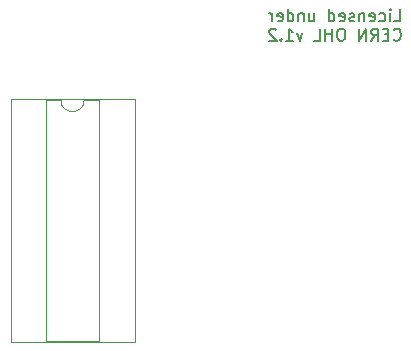
<source format=gbo>
%TF.GenerationSoftware,KiCad,Pcbnew,(5.1.8)-1*%
%TF.CreationDate,2021-02-01T15:37:02+01:00*%
%TF.ProjectId,Apple II Adapter,4170706c-6520-4494-9920-416461707465,rev?*%
%TF.SameCoordinates,Original*%
%TF.FileFunction,Legend,Bot*%
%TF.FilePolarity,Positive*%
%FSLAX46Y46*%
G04 Gerber Fmt 4.6, Leading zero omitted, Abs format (unit mm)*
G04 Created by KiCad (PCBNEW (5.1.8)-1) date 2021-02-01 15:37:02*
%MOMM*%
%LPD*%
G01*
G04 APERTURE LIST*
%ADD10C,0.150000*%
%ADD11C,0.120000*%
G04 APERTURE END LIST*
D10*
X198040000Y-109482380D02*
X198516190Y-109482380D01*
X198516190Y-108482380D01*
X197706666Y-109482380D02*
X197706666Y-108815714D01*
X197706666Y-108482380D02*
X197754285Y-108530000D01*
X197706666Y-108577619D01*
X197659047Y-108530000D01*
X197706666Y-108482380D01*
X197706666Y-108577619D01*
X196801904Y-109434761D02*
X196897142Y-109482380D01*
X197087619Y-109482380D01*
X197182857Y-109434761D01*
X197230476Y-109387142D01*
X197278095Y-109291904D01*
X197278095Y-109006190D01*
X197230476Y-108910952D01*
X197182857Y-108863333D01*
X197087619Y-108815714D01*
X196897142Y-108815714D01*
X196801904Y-108863333D01*
X195992380Y-109434761D02*
X196087619Y-109482380D01*
X196278095Y-109482380D01*
X196373333Y-109434761D01*
X196420952Y-109339523D01*
X196420952Y-108958571D01*
X196373333Y-108863333D01*
X196278095Y-108815714D01*
X196087619Y-108815714D01*
X195992380Y-108863333D01*
X195944761Y-108958571D01*
X195944761Y-109053809D01*
X196420952Y-109149047D01*
X195516190Y-108815714D02*
X195516190Y-109482380D01*
X195516190Y-108910952D02*
X195468571Y-108863333D01*
X195373333Y-108815714D01*
X195230476Y-108815714D01*
X195135238Y-108863333D01*
X195087619Y-108958571D01*
X195087619Y-109482380D01*
X194659047Y-109434761D02*
X194563809Y-109482380D01*
X194373333Y-109482380D01*
X194278095Y-109434761D01*
X194230476Y-109339523D01*
X194230476Y-109291904D01*
X194278095Y-109196666D01*
X194373333Y-109149047D01*
X194516190Y-109149047D01*
X194611428Y-109101428D01*
X194659047Y-109006190D01*
X194659047Y-108958571D01*
X194611428Y-108863333D01*
X194516190Y-108815714D01*
X194373333Y-108815714D01*
X194278095Y-108863333D01*
X193420952Y-109434761D02*
X193516190Y-109482380D01*
X193706666Y-109482380D01*
X193801904Y-109434761D01*
X193849523Y-109339523D01*
X193849523Y-108958571D01*
X193801904Y-108863333D01*
X193706666Y-108815714D01*
X193516190Y-108815714D01*
X193420952Y-108863333D01*
X193373333Y-108958571D01*
X193373333Y-109053809D01*
X193849523Y-109149047D01*
X192516190Y-109482380D02*
X192516190Y-108482380D01*
X192516190Y-109434761D02*
X192611428Y-109482380D01*
X192801904Y-109482380D01*
X192897142Y-109434761D01*
X192944761Y-109387142D01*
X192992380Y-109291904D01*
X192992380Y-109006190D01*
X192944761Y-108910952D01*
X192897142Y-108863333D01*
X192801904Y-108815714D01*
X192611428Y-108815714D01*
X192516190Y-108863333D01*
X190849523Y-108815714D02*
X190849523Y-109482380D01*
X191278095Y-108815714D02*
X191278095Y-109339523D01*
X191230476Y-109434761D01*
X191135238Y-109482380D01*
X190992380Y-109482380D01*
X190897142Y-109434761D01*
X190849523Y-109387142D01*
X190373333Y-108815714D02*
X190373333Y-109482380D01*
X190373333Y-108910952D02*
X190325714Y-108863333D01*
X190230476Y-108815714D01*
X190087619Y-108815714D01*
X189992380Y-108863333D01*
X189944761Y-108958571D01*
X189944761Y-109482380D01*
X189040000Y-109482380D02*
X189040000Y-108482380D01*
X189040000Y-109434761D02*
X189135238Y-109482380D01*
X189325714Y-109482380D01*
X189420952Y-109434761D01*
X189468571Y-109387142D01*
X189516190Y-109291904D01*
X189516190Y-109006190D01*
X189468571Y-108910952D01*
X189420952Y-108863333D01*
X189325714Y-108815714D01*
X189135238Y-108815714D01*
X189040000Y-108863333D01*
X188182857Y-109434761D02*
X188278095Y-109482380D01*
X188468571Y-109482380D01*
X188563809Y-109434761D01*
X188611428Y-109339523D01*
X188611428Y-108958571D01*
X188563809Y-108863333D01*
X188468571Y-108815714D01*
X188278095Y-108815714D01*
X188182857Y-108863333D01*
X188135238Y-108958571D01*
X188135238Y-109053809D01*
X188611428Y-109149047D01*
X187706666Y-109482380D02*
X187706666Y-108815714D01*
X187706666Y-109006190D02*
X187659047Y-108910952D01*
X187611428Y-108863333D01*
X187516190Y-108815714D01*
X187420952Y-108815714D01*
X197992380Y-111037142D02*
X198040000Y-111084761D01*
X198182857Y-111132380D01*
X198278095Y-111132380D01*
X198420952Y-111084761D01*
X198516190Y-110989523D01*
X198563809Y-110894285D01*
X198611428Y-110703809D01*
X198611428Y-110560952D01*
X198563809Y-110370476D01*
X198516190Y-110275238D01*
X198420952Y-110180000D01*
X198278095Y-110132380D01*
X198182857Y-110132380D01*
X198040000Y-110180000D01*
X197992380Y-110227619D01*
X197563809Y-110608571D02*
X197230476Y-110608571D01*
X197087619Y-111132380D02*
X197563809Y-111132380D01*
X197563809Y-110132380D01*
X197087619Y-110132380D01*
X196087619Y-111132380D02*
X196420952Y-110656190D01*
X196659047Y-111132380D02*
X196659047Y-110132380D01*
X196278095Y-110132380D01*
X196182857Y-110180000D01*
X196135238Y-110227619D01*
X196087619Y-110322857D01*
X196087619Y-110465714D01*
X196135238Y-110560952D01*
X196182857Y-110608571D01*
X196278095Y-110656190D01*
X196659047Y-110656190D01*
X195659047Y-111132380D02*
X195659047Y-110132380D01*
X195087619Y-111132380D01*
X195087619Y-110132380D01*
X193659047Y-110132380D02*
X193468571Y-110132380D01*
X193373333Y-110180000D01*
X193278095Y-110275238D01*
X193230476Y-110465714D01*
X193230476Y-110799047D01*
X193278095Y-110989523D01*
X193373333Y-111084761D01*
X193468571Y-111132380D01*
X193659047Y-111132380D01*
X193754285Y-111084761D01*
X193849523Y-110989523D01*
X193897142Y-110799047D01*
X193897142Y-110465714D01*
X193849523Y-110275238D01*
X193754285Y-110180000D01*
X193659047Y-110132380D01*
X192801904Y-111132380D02*
X192801904Y-110132380D01*
X192801904Y-110608571D02*
X192230476Y-110608571D01*
X192230476Y-111132380D02*
X192230476Y-110132380D01*
X191278095Y-111132380D02*
X191754285Y-111132380D01*
X191754285Y-110132380D01*
X190278095Y-110465714D02*
X190040000Y-111132380D01*
X189801904Y-110465714D01*
X188897142Y-111132380D02*
X189468571Y-111132380D01*
X189182857Y-111132380D02*
X189182857Y-110132380D01*
X189278095Y-110275238D01*
X189373333Y-110370476D01*
X189468571Y-110418095D01*
X188468571Y-111037142D02*
X188420952Y-111084761D01*
X188468571Y-111132380D01*
X188516190Y-111084761D01*
X188468571Y-111037142D01*
X188468571Y-111132380D01*
X188040000Y-110227619D02*
X187992380Y-110180000D01*
X187897142Y-110132380D01*
X187659047Y-110132380D01*
X187563809Y-110180000D01*
X187516190Y-110227619D01*
X187468571Y-110322857D01*
X187468571Y-110418095D01*
X187516190Y-110560952D01*
X188087619Y-111132380D01*
X187468571Y-111132380D01*
D11*
%TO.C,A1*%
X169815000Y-116145000D02*
X168565000Y-116145000D01*
X168565000Y-116145000D02*
X168565000Y-136585000D01*
X168565000Y-136585000D02*
X173065000Y-136585000D01*
X173065000Y-136585000D02*
X173065000Y-116145000D01*
X173065000Y-116145000D02*
X171815000Y-116145000D01*
X165565000Y-116085000D02*
X165565000Y-136645000D01*
X165565000Y-136645000D02*
X176065000Y-136645000D01*
X176065000Y-136645000D02*
X176065000Y-116085000D01*
X176065000Y-116085000D02*
X165565000Y-116085000D01*
X171815000Y-116145000D02*
G75*
G02*
X169815000Y-116145000I-1000000J0D01*
G01*
%TD*%
M02*

</source>
